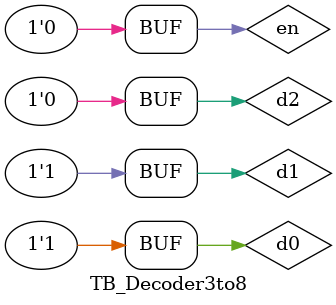
<source format=sv>
`timescale 1ns / 1ps
module TB_Decoder3to8;
reg d0,d1,d2,en;
wire y0,y1,y2,y3,y4,y5,y6,y7;

Decoder3to8 dut(.d0(d0),.d1(d1),.d2(d2),.en(en),.y0(y0),.y1(y1),.y2(y2),.y3(y3),.y4(y4),.y5(y5),.y6(y6),.y7(y7) );

initial begin

#100 d0=0; d1=0; d2=1; en=1;
#100 d0=0; d1=1; d2=1; en=1;
#100 d0=1; d1=0; d2=1; en=1;
#100 d0=1; d1=1; d2=1; en=1;
#100 d0=0; d1=0; d2=0; en=1;
#100 d0=0; d1=1; d2=0; en=1;
#100 d0=1; d1=0; d2=0; en=1;
#100 d0=1; d1=1; d2=0; en=1;
#100 d0=0; d1=0; d2=1; en=0;
#100 d0=0; d1=1; d2=1; en=0;
#100 d0=1; d1=0; d2=1; en=0;
#100 d0=1; d1=1; d2=1; en=0;
#100 d0=0; d1=0; d2=0; en=0;
#100 d0=0; d1=1; d2=0; en=0;
#100 d0=1; d1=0; d2=0; en=0;
#100 d0=1; d1=1; d2=0; en=0;

end
endmodule

</source>
